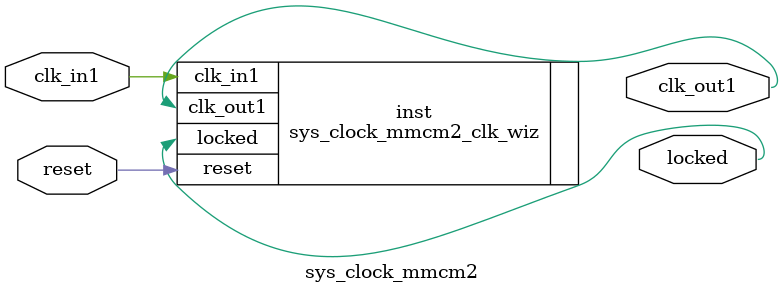
<source format=v>


`timescale 1ps/1ps

(* CORE_GENERATION_INFO = "sys_clock_mmcm2,clk_wiz_v6_0_0_0,{component_name=sys_clock_mmcm2,use_phase_alignment=true,use_min_o_jitter=false,use_max_i_jitter=false,use_dyn_phase_shift=false,use_inclk_switchover=false,use_dyn_reconfig=false,enable_axi=0,feedback_source=FDBK_AUTO,PRIMITIVE=MMCM,num_out_clk=1,clkin1_period=8.000,clkin2_period=10.000,use_power_down=false,use_reset=true,use_locked=true,use_inclk_stopped=false,feedback_type=SINGLE,CLOCK_MGR_TYPE=NA,manual_override=false}" *)

module sys_clock_mmcm2 
 (
  // Clock out ports
  output        clk_out1,
  // Status and control signals
  input         reset,
  output        locked,
 // Clock in ports
  input         clk_in1
 );

  sys_clock_mmcm2_clk_wiz inst
  (
  // Clock out ports  
  .clk_out1(clk_out1),
  // Status and control signals               
  .reset(reset), 
  .locked(locked),
 // Clock in ports
  .clk_in1(clk_in1)
  );

endmodule

</source>
